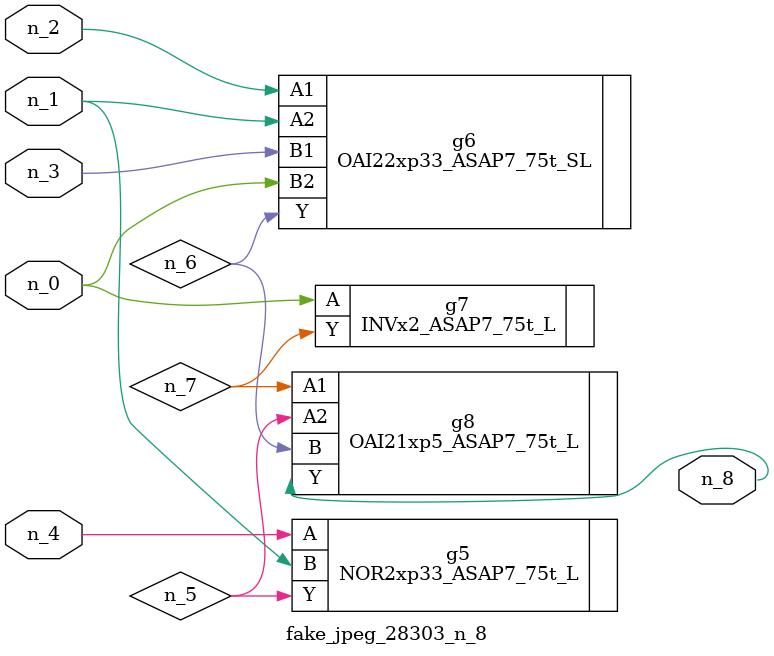
<source format=v>
module fake_jpeg_28303_n_8 (n_3, n_2, n_1, n_0, n_4, n_8);

input n_3;
input n_2;
input n_1;
input n_0;
input n_4;

output n_8;

wire n_6;
wire n_5;
wire n_7;

NOR2xp33_ASAP7_75t_L g5 ( 
.A(n_4),
.B(n_1),
.Y(n_5)
);

OAI22xp33_ASAP7_75t_SL g6 ( 
.A1(n_2),
.A2(n_1),
.B1(n_3),
.B2(n_0),
.Y(n_6)
);

INVx2_ASAP7_75t_L g7 ( 
.A(n_0),
.Y(n_7)
);

OAI21xp5_ASAP7_75t_L g8 ( 
.A1(n_7),
.A2(n_5),
.B(n_6),
.Y(n_8)
);


endmodule
</source>
